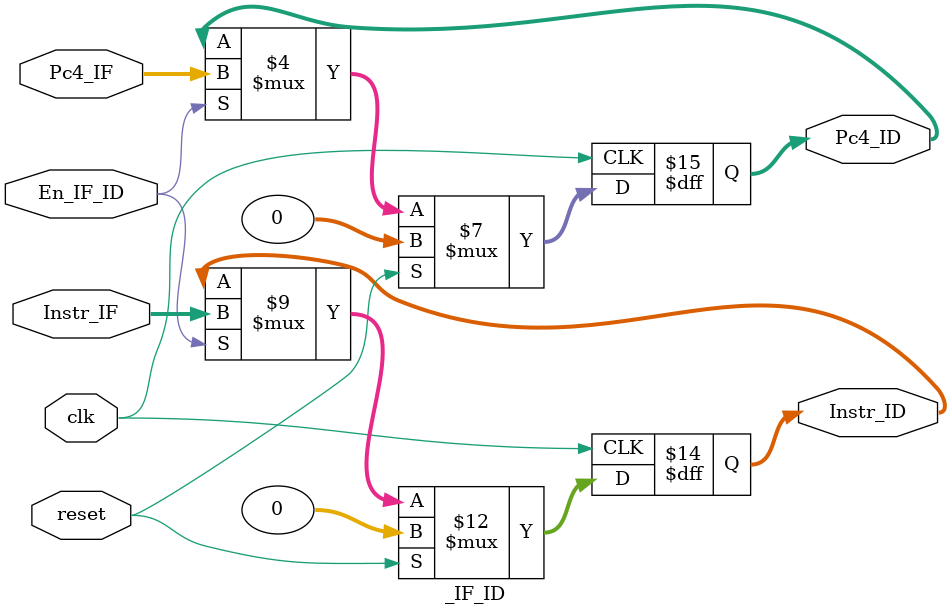
<source format=v>
`timescale 1ns / 1ps
module _IF_ID(
    input clk,
    input En_IF_ID,
    input reset,
    input [31:0] Instr_IF,                  // IM ->
    input [31:0] Pc4_IF,                    // Add4 ->
    output reg [31:0] Instr_ID,             // -> ID/EX
    output reg [31:0] Pc4_ID                // -> ID/EX
);
    always @(posedge clk) begin
        if (reset == 1'b1) begin
            Instr_ID <= 32'h0000_0000;
            Pc4_ID <= 32'h0000_0000;
        end
        else begin
            if (En_IF_ID == 1'b1) begin
                Instr_ID <= Instr_IF;
                Pc4_ID <= Pc4_IF;
            end
        end
    end
endmodule //IF_ID

</source>
